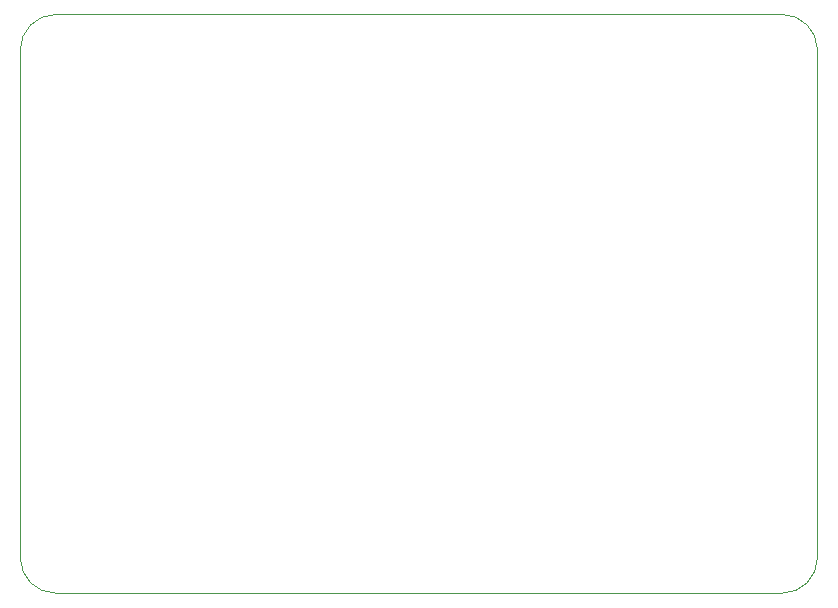
<source format=gbr>
G04 #@! TF.GenerationSoftware,KiCad,Pcbnew,(5.1.10)-1*
G04 #@! TF.CreationDate,2021-06-20T22:47:18+04:00*
G04 #@! TF.ProjectId,pico-expansion-long-board,7069636f-2d65-4787-9061-6e73696f6e2d,rev?*
G04 #@! TF.SameCoordinates,Original*
G04 #@! TF.FileFunction,Profile,NP*
%FSLAX46Y46*%
G04 Gerber Fmt 4.6, Leading zero omitted, Abs format (unit mm)*
G04 Created by KiCad (PCBNEW (5.1.10)-1) date 2021-06-20 22:47:18*
%MOMM*%
%LPD*%
G01*
G04 APERTURE LIST*
G04 #@! TA.AperFunction,Profile*
%ADD10C,0.050000*%
G04 #@! TD*
G04 APERTURE END LIST*
D10*
X133000000Y-86000000D02*
G75*
G02*
X130000000Y-89000000I-3000000J0D01*
G01*
X68500000Y-89000000D02*
G75*
G02*
X65500000Y-86000000I0J3000000D01*
G01*
X130000000Y-40000000D02*
G75*
G02*
X133000000Y-43000000I0J-3000000D01*
G01*
X65500000Y-43000000D02*
G75*
G02*
X68500000Y-40000000I3000000J0D01*
G01*
X65500000Y-86000000D02*
X65500000Y-43000000D01*
X130000000Y-89000000D02*
X68500000Y-89000000D01*
X133000000Y-43000000D02*
X133000000Y-86000000D01*
X68500000Y-40000000D02*
X130000000Y-40000000D01*
M02*

</source>
